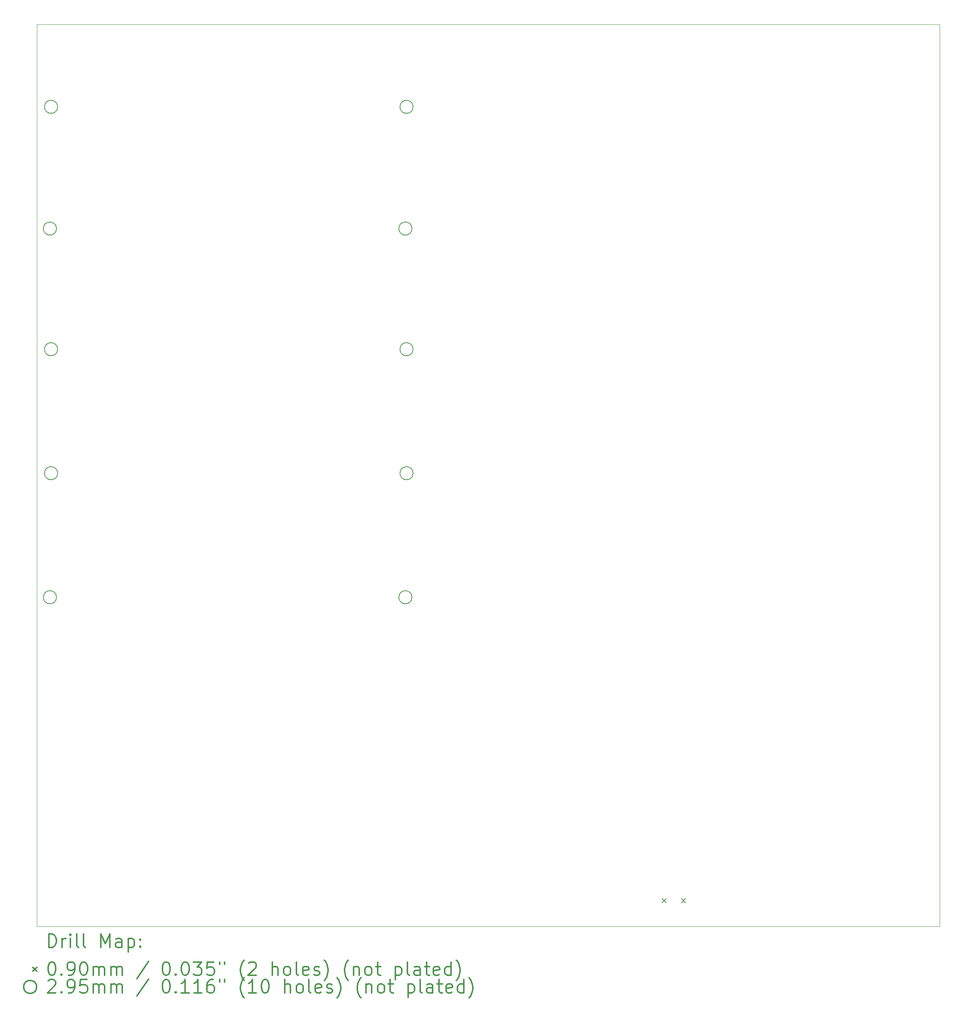
<source format=gbr>
%FSLAX45Y45*%
G04 Gerber Fmt 4.5, Leading zero omitted, Abs format (unit mm)*
G04 Created by KiCad (PCBNEW 4.0.4-stable) date 07/05/17 18:48:01*
%MOMM*%
%LPD*%
G01*
G04 APERTURE LIST*
%ADD10C,0.127000*%
%ADD11C,0.100000*%
%ADD12C,0.200000*%
%ADD13C,0.300000*%
G04 APERTURE END LIST*
D10*
D11*
X22098000Y-21844000D02*
X1778000Y-21844000D01*
X22098000Y-21844000D02*
X22098000Y-1524000D01*
X1778000Y-1524000D02*
X1778000Y-21844000D01*
X1778000Y-1524000D02*
X22098000Y-1524000D01*
D12*
X15847236Y-21219184D02*
X15937236Y-21309184D01*
X15937236Y-21219184D02*
X15847236Y-21309184D01*
X16287236Y-21219184D02*
X16377236Y-21309184D01*
X16377236Y-21219184D02*
X16287236Y-21309184D01*
X2217600Y-6121400D02*
G75*
G03X2217600Y-6121400I-147500J0D01*
G01*
X2217600Y-14427200D02*
G75*
G03X2217600Y-14427200I-147500J0D01*
G01*
X2243000Y-3378200D02*
G75*
G03X2243000Y-3378200I-147500J0D01*
G01*
X2243000Y-8839200D02*
G75*
G03X2243000Y-8839200I-147500J0D01*
G01*
X2243000Y-11633200D02*
G75*
G03X2243000Y-11633200I-147500J0D01*
G01*
X10218600Y-6121400D02*
G75*
G03X10218600Y-6121400I-147500J0D01*
G01*
X10218600Y-14427200D02*
G75*
G03X10218600Y-14427200I-147500J0D01*
G01*
X10244000Y-3378200D02*
G75*
G03X10244000Y-3378200I-147500J0D01*
G01*
X10244000Y-8839200D02*
G75*
G03X10244000Y-8839200I-147500J0D01*
G01*
X10244000Y-11633200D02*
G75*
G03X10244000Y-11633200I-147500J0D01*
G01*
D13*
X2044428Y-22314714D02*
X2044428Y-22014714D01*
X2115857Y-22014714D01*
X2158714Y-22029000D01*
X2187286Y-22057572D01*
X2201571Y-22086143D01*
X2215857Y-22143286D01*
X2215857Y-22186143D01*
X2201571Y-22243286D01*
X2187286Y-22271857D01*
X2158714Y-22300429D01*
X2115857Y-22314714D01*
X2044428Y-22314714D01*
X2344429Y-22314714D02*
X2344429Y-22114714D01*
X2344429Y-22171857D02*
X2358714Y-22143286D01*
X2373000Y-22129000D01*
X2401571Y-22114714D01*
X2430143Y-22114714D01*
X2530143Y-22314714D02*
X2530143Y-22114714D01*
X2530143Y-22014714D02*
X2515857Y-22029000D01*
X2530143Y-22043286D01*
X2544429Y-22029000D01*
X2530143Y-22014714D01*
X2530143Y-22043286D01*
X2715857Y-22314714D02*
X2687286Y-22300429D01*
X2673000Y-22271857D01*
X2673000Y-22014714D01*
X2873000Y-22314714D02*
X2844428Y-22300429D01*
X2830143Y-22271857D01*
X2830143Y-22014714D01*
X3215857Y-22314714D02*
X3215857Y-22014714D01*
X3315857Y-22229000D01*
X3415857Y-22014714D01*
X3415857Y-22314714D01*
X3687286Y-22314714D02*
X3687286Y-22157572D01*
X3673000Y-22129000D01*
X3644428Y-22114714D01*
X3587286Y-22114714D01*
X3558714Y-22129000D01*
X3687286Y-22300429D02*
X3658714Y-22314714D01*
X3587286Y-22314714D01*
X3558714Y-22300429D01*
X3544428Y-22271857D01*
X3544428Y-22243286D01*
X3558714Y-22214714D01*
X3587286Y-22200429D01*
X3658714Y-22200429D01*
X3687286Y-22186143D01*
X3830143Y-22114714D02*
X3830143Y-22414714D01*
X3830143Y-22129000D02*
X3858714Y-22114714D01*
X3915857Y-22114714D01*
X3944428Y-22129000D01*
X3958714Y-22143286D01*
X3973000Y-22171857D01*
X3973000Y-22257572D01*
X3958714Y-22286143D01*
X3944428Y-22300429D01*
X3915857Y-22314714D01*
X3858714Y-22314714D01*
X3830143Y-22300429D01*
X4101571Y-22286143D02*
X4115857Y-22300429D01*
X4101571Y-22314714D01*
X4087286Y-22300429D01*
X4101571Y-22286143D01*
X4101571Y-22314714D01*
X4101571Y-22129000D02*
X4115857Y-22143286D01*
X4101571Y-22157572D01*
X4087286Y-22143286D01*
X4101571Y-22129000D01*
X4101571Y-22157572D01*
X1683000Y-22764000D02*
X1773000Y-22854000D01*
X1773000Y-22764000D02*
X1683000Y-22854000D01*
X2101571Y-22644714D02*
X2130143Y-22644714D01*
X2158714Y-22659000D01*
X2173000Y-22673286D01*
X2187286Y-22701857D01*
X2201571Y-22759000D01*
X2201571Y-22830429D01*
X2187286Y-22887571D01*
X2173000Y-22916143D01*
X2158714Y-22930429D01*
X2130143Y-22944714D01*
X2101571Y-22944714D01*
X2073000Y-22930429D01*
X2058714Y-22916143D01*
X2044428Y-22887571D01*
X2030143Y-22830429D01*
X2030143Y-22759000D01*
X2044428Y-22701857D01*
X2058714Y-22673286D01*
X2073000Y-22659000D01*
X2101571Y-22644714D01*
X2330143Y-22916143D02*
X2344429Y-22930429D01*
X2330143Y-22944714D01*
X2315857Y-22930429D01*
X2330143Y-22916143D01*
X2330143Y-22944714D01*
X2487286Y-22944714D02*
X2544428Y-22944714D01*
X2573000Y-22930429D01*
X2587286Y-22916143D01*
X2615857Y-22873286D01*
X2630143Y-22816143D01*
X2630143Y-22701857D01*
X2615857Y-22673286D01*
X2601571Y-22659000D01*
X2573000Y-22644714D01*
X2515857Y-22644714D01*
X2487286Y-22659000D01*
X2473000Y-22673286D01*
X2458714Y-22701857D01*
X2458714Y-22773286D01*
X2473000Y-22801857D01*
X2487286Y-22816143D01*
X2515857Y-22830429D01*
X2573000Y-22830429D01*
X2601571Y-22816143D01*
X2615857Y-22801857D01*
X2630143Y-22773286D01*
X2815857Y-22644714D02*
X2844428Y-22644714D01*
X2873000Y-22659000D01*
X2887286Y-22673286D01*
X2901571Y-22701857D01*
X2915857Y-22759000D01*
X2915857Y-22830429D01*
X2901571Y-22887571D01*
X2887286Y-22916143D01*
X2873000Y-22930429D01*
X2844428Y-22944714D01*
X2815857Y-22944714D01*
X2787286Y-22930429D01*
X2773000Y-22916143D01*
X2758714Y-22887571D01*
X2744429Y-22830429D01*
X2744429Y-22759000D01*
X2758714Y-22701857D01*
X2773000Y-22673286D01*
X2787286Y-22659000D01*
X2815857Y-22644714D01*
X3044428Y-22944714D02*
X3044428Y-22744714D01*
X3044428Y-22773286D02*
X3058714Y-22759000D01*
X3087286Y-22744714D01*
X3130143Y-22744714D01*
X3158714Y-22759000D01*
X3173000Y-22787571D01*
X3173000Y-22944714D01*
X3173000Y-22787571D02*
X3187286Y-22759000D01*
X3215857Y-22744714D01*
X3258714Y-22744714D01*
X3287286Y-22759000D01*
X3301571Y-22787571D01*
X3301571Y-22944714D01*
X3444428Y-22944714D02*
X3444428Y-22744714D01*
X3444428Y-22773286D02*
X3458714Y-22759000D01*
X3487286Y-22744714D01*
X3530143Y-22744714D01*
X3558714Y-22759000D01*
X3573000Y-22787571D01*
X3573000Y-22944714D01*
X3573000Y-22787571D02*
X3587286Y-22759000D01*
X3615857Y-22744714D01*
X3658714Y-22744714D01*
X3687286Y-22759000D01*
X3701571Y-22787571D01*
X3701571Y-22944714D01*
X4287286Y-22630429D02*
X4030143Y-23016143D01*
X4673000Y-22644714D02*
X4701571Y-22644714D01*
X4730143Y-22659000D01*
X4744428Y-22673286D01*
X4758714Y-22701857D01*
X4773000Y-22759000D01*
X4773000Y-22830429D01*
X4758714Y-22887571D01*
X4744428Y-22916143D01*
X4730143Y-22930429D01*
X4701571Y-22944714D01*
X4673000Y-22944714D01*
X4644428Y-22930429D01*
X4630143Y-22916143D01*
X4615857Y-22887571D01*
X4601571Y-22830429D01*
X4601571Y-22759000D01*
X4615857Y-22701857D01*
X4630143Y-22673286D01*
X4644428Y-22659000D01*
X4673000Y-22644714D01*
X4901571Y-22916143D02*
X4915857Y-22930429D01*
X4901571Y-22944714D01*
X4887286Y-22930429D01*
X4901571Y-22916143D01*
X4901571Y-22944714D01*
X5101571Y-22644714D02*
X5130143Y-22644714D01*
X5158714Y-22659000D01*
X5173000Y-22673286D01*
X5187286Y-22701857D01*
X5201571Y-22759000D01*
X5201571Y-22830429D01*
X5187286Y-22887571D01*
X5173000Y-22916143D01*
X5158714Y-22930429D01*
X5130143Y-22944714D01*
X5101571Y-22944714D01*
X5073000Y-22930429D01*
X5058714Y-22916143D01*
X5044428Y-22887571D01*
X5030143Y-22830429D01*
X5030143Y-22759000D01*
X5044428Y-22701857D01*
X5058714Y-22673286D01*
X5073000Y-22659000D01*
X5101571Y-22644714D01*
X5301571Y-22644714D02*
X5487286Y-22644714D01*
X5387286Y-22759000D01*
X5430143Y-22759000D01*
X5458714Y-22773286D01*
X5473000Y-22787571D01*
X5487286Y-22816143D01*
X5487286Y-22887571D01*
X5473000Y-22916143D01*
X5458714Y-22930429D01*
X5430143Y-22944714D01*
X5344428Y-22944714D01*
X5315857Y-22930429D01*
X5301571Y-22916143D01*
X5758714Y-22644714D02*
X5615857Y-22644714D01*
X5601571Y-22787571D01*
X5615857Y-22773286D01*
X5644428Y-22759000D01*
X5715857Y-22759000D01*
X5744428Y-22773286D01*
X5758714Y-22787571D01*
X5773000Y-22816143D01*
X5773000Y-22887571D01*
X5758714Y-22916143D01*
X5744428Y-22930429D01*
X5715857Y-22944714D01*
X5644428Y-22944714D01*
X5615857Y-22930429D01*
X5601571Y-22916143D01*
X5887286Y-22644714D02*
X5887286Y-22701857D01*
X6001571Y-22644714D02*
X6001571Y-22701857D01*
X6444428Y-23059000D02*
X6430143Y-23044714D01*
X6401571Y-23001857D01*
X6387285Y-22973286D01*
X6373000Y-22930429D01*
X6358714Y-22859000D01*
X6358714Y-22801857D01*
X6373000Y-22730429D01*
X6387285Y-22687571D01*
X6401571Y-22659000D01*
X6430143Y-22616143D01*
X6444428Y-22601857D01*
X6544428Y-22673286D02*
X6558714Y-22659000D01*
X6587285Y-22644714D01*
X6658714Y-22644714D01*
X6687285Y-22659000D01*
X6701571Y-22673286D01*
X6715857Y-22701857D01*
X6715857Y-22730429D01*
X6701571Y-22773286D01*
X6530143Y-22944714D01*
X6715857Y-22944714D01*
X7073000Y-22944714D02*
X7073000Y-22644714D01*
X7201571Y-22944714D02*
X7201571Y-22787571D01*
X7187285Y-22759000D01*
X7158714Y-22744714D01*
X7115857Y-22744714D01*
X7087285Y-22759000D01*
X7073000Y-22773286D01*
X7387285Y-22944714D02*
X7358714Y-22930429D01*
X7344428Y-22916143D01*
X7330143Y-22887571D01*
X7330143Y-22801857D01*
X7344428Y-22773286D01*
X7358714Y-22759000D01*
X7387285Y-22744714D01*
X7430143Y-22744714D01*
X7458714Y-22759000D01*
X7473000Y-22773286D01*
X7487285Y-22801857D01*
X7487285Y-22887571D01*
X7473000Y-22916143D01*
X7458714Y-22930429D01*
X7430143Y-22944714D01*
X7387285Y-22944714D01*
X7658714Y-22944714D02*
X7630143Y-22930429D01*
X7615857Y-22901857D01*
X7615857Y-22644714D01*
X7887286Y-22930429D02*
X7858714Y-22944714D01*
X7801571Y-22944714D01*
X7773000Y-22930429D01*
X7758714Y-22901857D01*
X7758714Y-22787571D01*
X7773000Y-22759000D01*
X7801571Y-22744714D01*
X7858714Y-22744714D01*
X7887286Y-22759000D01*
X7901571Y-22787571D01*
X7901571Y-22816143D01*
X7758714Y-22844714D01*
X8015857Y-22930429D02*
X8044428Y-22944714D01*
X8101571Y-22944714D01*
X8130143Y-22930429D01*
X8144428Y-22901857D01*
X8144428Y-22887571D01*
X8130143Y-22859000D01*
X8101571Y-22844714D01*
X8058714Y-22844714D01*
X8030143Y-22830429D01*
X8015857Y-22801857D01*
X8015857Y-22787571D01*
X8030143Y-22759000D01*
X8058714Y-22744714D01*
X8101571Y-22744714D01*
X8130143Y-22759000D01*
X8244428Y-23059000D02*
X8258714Y-23044714D01*
X8287286Y-23001857D01*
X8301571Y-22973286D01*
X8315857Y-22930429D01*
X8330143Y-22859000D01*
X8330143Y-22801857D01*
X8315857Y-22730429D01*
X8301571Y-22687571D01*
X8287286Y-22659000D01*
X8258714Y-22616143D01*
X8244428Y-22601857D01*
X8787286Y-23059000D02*
X8773000Y-23044714D01*
X8744428Y-23001857D01*
X8730143Y-22973286D01*
X8715857Y-22930429D01*
X8701571Y-22859000D01*
X8701571Y-22801857D01*
X8715857Y-22730429D01*
X8730143Y-22687571D01*
X8744428Y-22659000D01*
X8773000Y-22616143D01*
X8787286Y-22601857D01*
X8901571Y-22744714D02*
X8901571Y-22944714D01*
X8901571Y-22773286D02*
X8915857Y-22759000D01*
X8944428Y-22744714D01*
X8987286Y-22744714D01*
X9015857Y-22759000D01*
X9030143Y-22787571D01*
X9030143Y-22944714D01*
X9215857Y-22944714D02*
X9187286Y-22930429D01*
X9173000Y-22916143D01*
X9158714Y-22887571D01*
X9158714Y-22801857D01*
X9173000Y-22773286D01*
X9187286Y-22759000D01*
X9215857Y-22744714D01*
X9258714Y-22744714D01*
X9287286Y-22759000D01*
X9301571Y-22773286D01*
X9315857Y-22801857D01*
X9315857Y-22887571D01*
X9301571Y-22916143D01*
X9287286Y-22930429D01*
X9258714Y-22944714D01*
X9215857Y-22944714D01*
X9401571Y-22744714D02*
X9515857Y-22744714D01*
X9444429Y-22644714D02*
X9444429Y-22901857D01*
X9458714Y-22930429D01*
X9487286Y-22944714D01*
X9515857Y-22944714D01*
X9844429Y-22744714D02*
X9844429Y-23044714D01*
X9844429Y-22759000D02*
X9873000Y-22744714D01*
X9930143Y-22744714D01*
X9958714Y-22759000D01*
X9973000Y-22773286D01*
X9987286Y-22801857D01*
X9987286Y-22887571D01*
X9973000Y-22916143D01*
X9958714Y-22930429D01*
X9930143Y-22944714D01*
X9873000Y-22944714D01*
X9844429Y-22930429D01*
X10158714Y-22944714D02*
X10130143Y-22930429D01*
X10115857Y-22901857D01*
X10115857Y-22644714D01*
X10401571Y-22944714D02*
X10401571Y-22787571D01*
X10387286Y-22759000D01*
X10358714Y-22744714D01*
X10301571Y-22744714D01*
X10273000Y-22759000D01*
X10401571Y-22930429D02*
X10373000Y-22944714D01*
X10301571Y-22944714D01*
X10273000Y-22930429D01*
X10258714Y-22901857D01*
X10258714Y-22873286D01*
X10273000Y-22844714D01*
X10301571Y-22830429D01*
X10373000Y-22830429D01*
X10401571Y-22816143D01*
X10501571Y-22744714D02*
X10615857Y-22744714D01*
X10544429Y-22644714D02*
X10544429Y-22901857D01*
X10558714Y-22930429D01*
X10587286Y-22944714D01*
X10615857Y-22944714D01*
X10830143Y-22930429D02*
X10801572Y-22944714D01*
X10744429Y-22944714D01*
X10715857Y-22930429D01*
X10701572Y-22901857D01*
X10701572Y-22787571D01*
X10715857Y-22759000D01*
X10744429Y-22744714D01*
X10801572Y-22744714D01*
X10830143Y-22759000D01*
X10844429Y-22787571D01*
X10844429Y-22816143D01*
X10701572Y-22844714D01*
X11101572Y-22944714D02*
X11101572Y-22644714D01*
X11101572Y-22930429D02*
X11073000Y-22944714D01*
X11015857Y-22944714D01*
X10987286Y-22930429D01*
X10973000Y-22916143D01*
X10958714Y-22887571D01*
X10958714Y-22801857D01*
X10973000Y-22773286D01*
X10987286Y-22759000D01*
X11015857Y-22744714D01*
X11073000Y-22744714D01*
X11101572Y-22759000D01*
X11215857Y-23059000D02*
X11230143Y-23044714D01*
X11258714Y-23001857D01*
X11273000Y-22973286D01*
X11287286Y-22930429D01*
X11301571Y-22859000D01*
X11301571Y-22801857D01*
X11287286Y-22730429D01*
X11273000Y-22687571D01*
X11258714Y-22659000D01*
X11230143Y-22616143D01*
X11215857Y-22601857D01*
X1773000Y-23205000D02*
G75*
G03X1773000Y-23205000I-147500J0D01*
G01*
X2030143Y-23069286D02*
X2044428Y-23055000D01*
X2073000Y-23040714D01*
X2144429Y-23040714D01*
X2173000Y-23055000D01*
X2187286Y-23069286D01*
X2201571Y-23097857D01*
X2201571Y-23126429D01*
X2187286Y-23169286D01*
X2015857Y-23340714D01*
X2201571Y-23340714D01*
X2330143Y-23312143D02*
X2344429Y-23326429D01*
X2330143Y-23340714D01*
X2315857Y-23326429D01*
X2330143Y-23312143D01*
X2330143Y-23340714D01*
X2487286Y-23340714D02*
X2544428Y-23340714D01*
X2573000Y-23326429D01*
X2587286Y-23312143D01*
X2615857Y-23269286D01*
X2630143Y-23212143D01*
X2630143Y-23097857D01*
X2615857Y-23069286D01*
X2601571Y-23055000D01*
X2573000Y-23040714D01*
X2515857Y-23040714D01*
X2487286Y-23055000D01*
X2473000Y-23069286D01*
X2458714Y-23097857D01*
X2458714Y-23169286D01*
X2473000Y-23197857D01*
X2487286Y-23212143D01*
X2515857Y-23226429D01*
X2573000Y-23226429D01*
X2601571Y-23212143D01*
X2615857Y-23197857D01*
X2630143Y-23169286D01*
X2901571Y-23040714D02*
X2758714Y-23040714D01*
X2744429Y-23183571D01*
X2758714Y-23169286D01*
X2787286Y-23155000D01*
X2858714Y-23155000D01*
X2887286Y-23169286D01*
X2901571Y-23183571D01*
X2915857Y-23212143D01*
X2915857Y-23283571D01*
X2901571Y-23312143D01*
X2887286Y-23326429D01*
X2858714Y-23340714D01*
X2787286Y-23340714D01*
X2758714Y-23326429D01*
X2744429Y-23312143D01*
X3044428Y-23340714D02*
X3044428Y-23140714D01*
X3044428Y-23169286D02*
X3058714Y-23155000D01*
X3087286Y-23140714D01*
X3130143Y-23140714D01*
X3158714Y-23155000D01*
X3173000Y-23183571D01*
X3173000Y-23340714D01*
X3173000Y-23183571D02*
X3187286Y-23155000D01*
X3215857Y-23140714D01*
X3258714Y-23140714D01*
X3287286Y-23155000D01*
X3301571Y-23183571D01*
X3301571Y-23340714D01*
X3444428Y-23340714D02*
X3444428Y-23140714D01*
X3444428Y-23169286D02*
X3458714Y-23155000D01*
X3487286Y-23140714D01*
X3530143Y-23140714D01*
X3558714Y-23155000D01*
X3573000Y-23183571D01*
X3573000Y-23340714D01*
X3573000Y-23183571D02*
X3587286Y-23155000D01*
X3615857Y-23140714D01*
X3658714Y-23140714D01*
X3687286Y-23155000D01*
X3701571Y-23183571D01*
X3701571Y-23340714D01*
X4287286Y-23026429D02*
X4030143Y-23412143D01*
X4673000Y-23040714D02*
X4701571Y-23040714D01*
X4730143Y-23055000D01*
X4744428Y-23069286D01*
X4758714Y-23097857D01*
X4773000Y-23155000D01*
X4773000Y-23226429D01*
X4758714Y-23283571D01*
X4744428Y-23312143D01*
X4730143Y-23326429D01*
X4701571Y-23340714D01*
X4673000Y-23340714D01*
X4644428Y-23326429D01*
X4630143Y-23312143D01*
X4615857Y-23283571D01*
X4601571Y-23226429D01*
X4601571Y-23155000D01*
X4615857Y-23097857D01*
X4630143Y-23069286D01*
X4644428Y-23055000D01*
X4673000Y-23040714D01*
X4901571Y-23312143D02*
X4915857Y-23326429D01*
X4901571Y-23340714D01*
X4887286Y-23326429D01*
X4901571Y-23312143D01*
X4901571Y-23340714D01*
X5201571Y-23340714D02*
X5030143Y-23340714D01*
X5115857Y-23340714D02*
X5115857Y-23040714D01*
X5087286Y-23083571D01*
X5058714Y-23112143D01*
X5030143Y-23126429D01*
X5487286Y-23340714D02*
X5315857Y-23340714D01*
X5401571Y-23340714D02*
X5401571Y-23040714D01*
X5373000Y-23083571D01*
X5344428Y-23112143D01*
X5315857Y-23126429D01*
X5744428Y-23040714D02*
X5687285Y-23040714D01*
X5658714Y-23055000D01*
X5644428Y-23069286D01*
X5615857Y-23112143D01*
X5601571Y-23169286D01*
X5601571Y-23283571D01*
X5615857Y-23312143D01*
X5630143Y-23326429D01*
X5658714Y-23340714D01*
X5715857Y-23340714D01*
X5744428Y-23326429D01*
X5758714Y-23312143D01*
X5773000Y-23283571D01*
X5773000Y-23212143D01*
X5758714Y-23183571D01*
X5744428Y-23169286D01*
X5715857Y-23155000D01*
X5658714Y-23155000D01*
X5630143Y-23169286D01*
X5615857Y-23183571D01*
X5601571Y-23212143D01*
X5887286Y-23040714D02*
X5887286Y-23097857D01*
X6001571Y-23040714D02*
X6001571Y-23097857D01*
X6444428Y-23455000D02*
X6430143Y-23440714D01*
X6401571Y-23397857D01*
X6387285Y-23369286D01*
X6373000Y-23326429D01*
X6358714Y-23255000D01*
X6358714Y-23197857D01*
X6373000Y-23126429D01*
X6387285Y-23083571D01*
X6401571Y-23055000D01*
X6430143Y-23012143D01*
X6444428Y-22997857D01*
X6715857Y-23340714D02*
X6544428Y-23340714D01*
X6630143Y-23340714D02*
X6630143Y-23040714D01*
X6601571Y-23083571D01*
X6573000Y-23112143D01*
X6544428Y-23126429D01*
X6901571Y-23040714D02*
X6930143Y-23040714D01*
X6958714Y-23055000D01*
X6973000Y-23069286D01*
X6987285Y-23097857D01*
X7001571Y-23155000D01*
X7001571Y-23226429D01*
X6987285Y-23283571D01*
X6973000Y-23312143D01*
X6958714Y-23326429D01*
X6930143Y-23340714D01*
X6901571Y-23340714D01*
X6873000Y-23326429D01*
X6858714Y-23312143D01*
X6844428Y-23283571D01*
X6830143Y-23226429D01*
X6830143Y-23155000D01*
X6844428Y-23097857D01*
X6858714Y-23069286D01*
X6873000Y-23055000D01*
X6901571Y-23040714D01*
X7358714Y-23340714D02*
X7358714Y-23040714D01*
X7487285Y-23340714D02*
X7487285Y-23183571D01*
X7473000Y-23155000D01*
X7444428Y-23140714D01*
X7401571Y-23140714D01*
X7373000Y-23155000D01*
X7358714Y-23169286D01*
X7673000Y-23340714D02*
X7644428Y-23326429D01*
X7630143Y-23312143D01*
X7615857Y-23283571D01*
X7615857Y-23197857D01*
X7630143Y-23169286D01*
X7644428Y-23155000D01*
X7673000Y-23140714D01*
X7715857Y-23140714D01*
X7744428Y-23155000D01*
X7758714Y-23169286D01*
X7773000Y-23197857D01*
X7773000Y-23283571D01*
X7758714Y-23312143D01*
X7744428Y-23326429D01*
X7715857Y-23340714D01*
X7673000Y-23340714D01*
X7944428Y-23340714D02*
X7915857Y-23326429D01*
X7901571Y-23297857D01*
X7901571Y-23040714D01*
X8173000Y-23326429D02*
X8144428Y-23340714D01*
X8087286Y-23340714D01*
X8058714Y-23326429D01*
X8044428Y-23297857D01*
X8044428Y-23183571D01*
X8058714Y-23155000D01*
X8087286Y-23140714D01*
X8144428Y-23140714D01*
X8173000Y-23155000D01*
X8187286Y-23183571D01*
X8187286Y-23212143D01*
X8044428Y-23240714D01*
X8301571Y-23326429D02*
X8330143Y-23340714D01*
X8387286Y-23340714D01*
X8415857Y-23326429D01*
X8430143Y-23297857D01*
X8430143Y-23283571D01*
X8415857Y-23255000D01*
X8387286Y-23240714D01*
X8344428Y-23240714D01*
X8315857Y-23226429D01*
X8301571Y-23197857D01*
X8301571Y-23183571D01*
X8315857Y-23155000D01*
X8344428Y-23140714D01*
X8387286Y-23140714D01*
X8415857Y-23155000D01*
X8530143Y-23455000D02*
X8544429Y-23440714D01*
X8573000Y-23397857D01*
X8587286Y-23369286D01*
X8601571Y-23326429D01*
X8615857Y-23255000D01*
X8615857Y-23197857D01*
X8601571Y-23126429D01*
X8587286Y-23083571D01*
X8573000Y-23055000D01*
X8544429Y-23012143D01*
X8530143Y-22997857D01*
X9073000Y-23455000D02*
X9058714Y-23440714D01*
X9030143Y-23397857D01*
X9015857Y-23369286D01*
X9001571Y-23326429D01*
X8987286Y-23255000D01*
X8987286Y-23197857D01*
X9001571Y-23126429D01*
X9015857Y-23083571D01*
X9030143Y-23055000D01*
X9058714Y-23012143D01*
X9073000Y-22997857D01*
X9187286Y-23140714D02*
X9187286Y-23340714D01*
X9187286Y-23169286D02*
X9201571Y-23155000D01*
X9230143Y-23140714D01*
X9273000Y-23140714D01*
X9301571Y-23155000D01*
X9315857Y-23183571D01*
X9315857Y-23340714D01*
X9501571Y-23340714D02*
X9473000Y-23326429D01*
X9458714Y-23312143D01*
X9444429Y-23283571D01*
X9444429Y-23197857D01*
X9458714Y-23169286D01*
X9473000Y-23155000D01*
X9501571Y-23140714D01*
X9544429Y-23140714D01*
X9573000Y-23155000D01*
X9587286Y-23169286D01*
X9601571Y-23197857D01*
X9601571Y-23283571D01*
X9587286Y-23312143D01*
X9573000Y-23326429D01*
X9544429Y-23340714D01*
X9501571Y-23340714D01*
X9687286Y-23140714D02*
X9801571Y-23140714D01*
X9730143Y-23040714D02*
X9730143Y-23297857D01*
X9744429Y-23326429D01*
X9773000Y-23340714D01*
X9801571Y-23340714D01*
X10130143Y-23140714D02*
X10130143Y-23440714D01*
X10130143Y-23155000D02*
X10158714Y-23140714D01*
X10215857Y-23140714D01*
X10244429Y-23155000D01*
X10258714Y-23169286D01*
X10273000Y-23197857D01*
X10273000Y-23283571D01*
X10258714Y-23312143D01*
X10244429Y-23326429D01*
X10215857Y-23340714D01*
X10158714Y-23340714D01*
X10130143Y-23326429D01*
X10444429Y-23340714D02*
X10415857Y-23326429D01*
X10401571Y-23297857D01*
X10401571Y-23040714D01*
X10687286Y-23340714D02*
X10687286Y-23183571D01*
X10673000Y-23155000D01*
X10644429Y-23140714D01*
X10587286Y-23140714D01*
X10558714Y-23155000D01*
X10687286Y-23326429D02*
X10658714Y-23340714D01*
X10587286Y-23340714D01*
X10558714Y-23326429D01*
X10544429Y-23297857D01*
X10544429Y-23269286D01*
X10558714Y-23240714D01*
X10587286Y-23226429D01*
X10658714Y-23226429D01*
X10687286Y-23212143D01*
X10787286Y-23140714D02*
X10901571Y-23140714D01*
X10830143Y-23040714D02*
X10830143Y-23297857D01*
X10844429Y-23326429D01*
X10873000Y-23340714D01*
X10901571Y-23340714D01*
X11115857Y-23326429D02*
X11087286Y-23340714D01*
X11030143Y-23340714D01*
X11001572Y-23326429D01*
X10987286Y-23297857D01*
X10987286Y-23183571D01*
X11001572Y-23155000D01*
X11030143Y-23140714D01*
X11087286Y-23140714D01*
X11115857Y-23155000D01*
X11130143Y-23183571D01*
X11130143Y-23212143D01*
X10987286Y-23240714D01*
X11387286Y-23340714D02*
X11387286Y-23040714D01*
X11387286Y-23326429D02*
X11358714Y-23340714D01*
X11301571Y-23340714D01*
X11273000Y-23326429D01*
X11258714Y-23312143D01*
X11244429Y-23283571D01*
X11244429Y-23197857D01*
X11258714Y-23169286D01*
X11273000Y-23155000D01*
X11301571Y-23140714D01*
X11358714Y-23140714D01*
X11387286Y-23155000D01*
X11501571Y-23455000D02*
X11515857Y-23440714D01*
X11544429Y-23397857D01*
X11558714Y-23369286D01*
X11573000Y-23326429D01*
X11587286Y-23255000D01*
X11587286Y-23197857D01*
X11573000Y-23126429D01*
X11558714Y-23083571D01*
X11544429Y-23055000D01*
X11515857Y-23012143D01*
X11501571Y-22997857D01*
M02*

</source>
